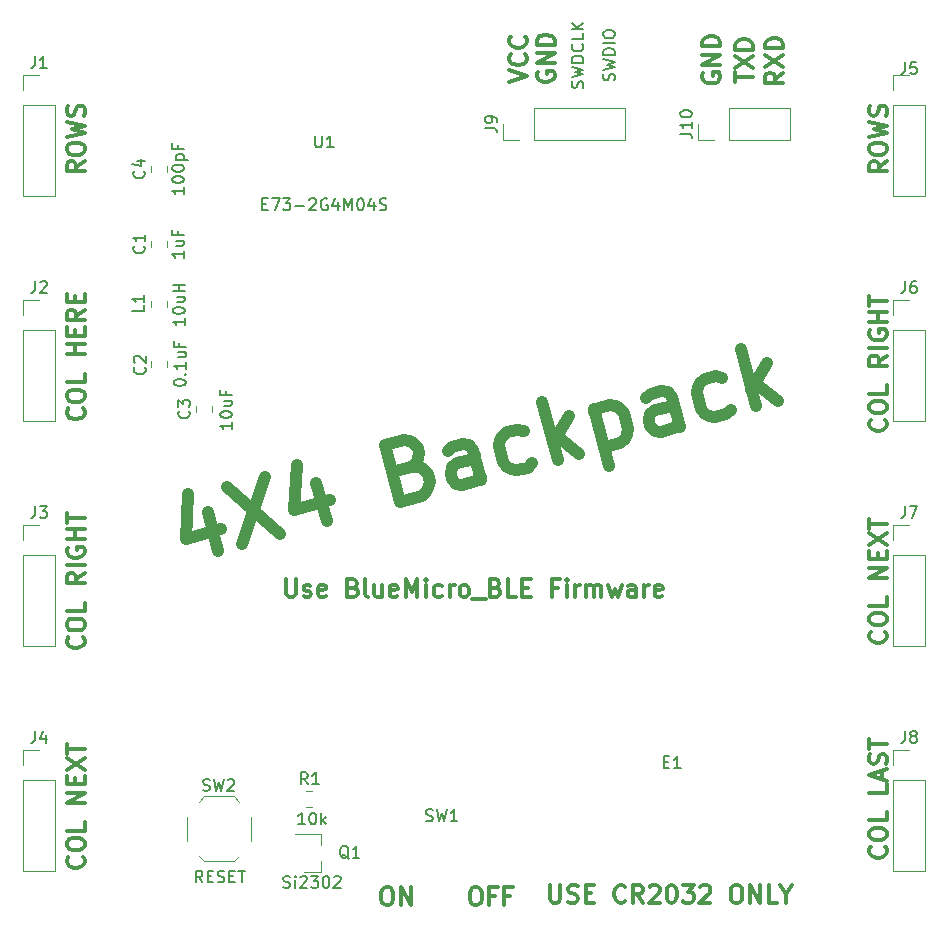
<source format=gbr>
G04 #@! TF.GenerationSoftware,KiCad,Pcbnew,(5.0.0)*
G04 #@! TF.CreationDate,2018-10-27T23:19:20-06:00*
G04 #@! TF.ProjectId,4x4_backpack,3478345F6261636B7061636B2E6B6963,rev?*
G04 #@! TF.SameCoordinates,Original*
G04 #@! TF.FileFunction,Legend,Top*
G04 #@! TF.FilePolarity,Positive*
%FSLAX46Y46*%
G04 Gerber Fmt 4.6, Leading zero omitted, Abs format (unit mm)*
G04 Created by KiCad (PCBNEW (5.0.0)) date 10/27/18 23:19:20*
%MOMM*%
%LPD*%
G01*
G04 APERTURE LIST*
%ADD10C,0.300000*%
%ADD11C,1.000000*%
%ADD12C,0.150000*%
%ADD13C,0.120000*%
G04 APERTURE END LIST*
D10*
X98371428Y-123638571D02*
X98371428Y-124852857D01*
X98442857Y-124995714D01*
X98514285Y-125067142D01*
X98657142Y-125138571D01*
X98942857Y-125138571D01*
X99085714Y-125067142D01*
X99157142Y-124995714D01*
X99228571Y-124852857D01*
X99228571Y-123638571D01*
X99871428Y-125067142D02*
X100014285Y-125138571D01*
X100300000Y-125138571D01*
X100442857Y-125067142D01*
X100514285Y-124924285D01*
X100514285Y-124852857D01*
X100442857Y-124710000D01*
X100300000Y-124638571D01*
X100085714Y-124638571D01*
X99942857Y-124567142D01*
X99871428Y-124424285D01*
X99871428Y-124352857D01*
X99942857Y-124210000D01*
X100085714Y-124138571D01*
X100300000Y-124138571D01*
X100442857Y-124210000D01*
X101728571Y-125067142D02*
X101585714Y-125138571D01*
X101300000Y-125138571D01*
X101157142Y-125067142D01*
X101085714Y-124924285D01*
X101085714Y-124352857D01*
X101157142Y-124210000D01*
X101300000Y-124138571D01*
X101585714Y-124138571D01*
X101728571Y-124210000D01*
X101800000Y-124352857D01*
X101800000Y-124495714D01*
X101085714Y-124638571D01*
X104085714Y-124352857D02*
X104300000Y-124424285D01*
X104371428Y-124495714D01*
X104442857Y-124638571D01*
X104442857Y-124852857D01*
X104371428Y-124995714D01*
X104300000Y-125067142D01*
X104157142Y-125138571D01*
X103585714Y-125138571D01*
X103585714Y-123638571D01*
X104085714Y-123638571D01*
X104228571Y-123710000D01*
X104300000Y-123781428D01*
X104371428Y-123924285D01*
X104371428Y-124067142D01*
X104300000Y-124210000D01*
X104228571Y-124281428D01*
X104085714Y-124352857D01*
X103585714Y-124352857D01*
X105300000Y-125138571D02*
X105157142Y-125067142D01*
X105085714Y-124924285D01*
X105085714Y-123638571D01*
X106514285Y-124138571D02*
X106514285Y-125138571D01*
X105871428Y-124138571D02*
X105871428Y-124924285D01*
X105942857Y-125067142D01*
X106085714Y-125138571D01*
X106300000Y-125138571D01*
X106442857Y-125067142D01*
X106514285Y-124995714D01*
X107800000Y-125067142D02*
X107657142Y-125138571D01*
X107371428Y-125138571D01*
X107228571Y-125067142D01*
X107157142Y-124924285D01*
X107157142Y-124352857D01*
X107228571Y-124210000D01*
X107371428Y-124138571D01*
X107657142Y-124138571D01*
X107800000Y-124210000D01*
X107871428Y-124352857D01*
X107871428Y-124495714D01*
X107157142Y-124638571D01*
X108514285Y-125138571D02*
X108514285Y-123638571D01*
X109014285Y-124710000D01*
X109514285Y-123638571D01*
X109514285Y-125138571D01*
X110228571Y-125138571D02*
X110228571Y-124138571D01*
X110228571Y-123638571D02*
X110157142Y-123710000D01*
X110228571Y-123781428D01*
X110300000Y-123710000D01*
X110228571Y-123638571D01*
X110228571Y-123781428D01*
X111585714Y-125067142D02*
X111442857Y-125138571D01*
X111157142Y-125138571D01*
X111014285Y-125067142D01*
X110942857Y-124995714D01*
X110871428Y-124852857D01*
X110871428Y-124424285D01*
X110942857Y-124281428D01*
X111014285Y-124210000D01*
X111157142Y-124138571D01*
X111442857Y-124138571D01*
X111585714Y-124210000D01*
X112228571Y-125138571D02*
X112228571Y-124138571D01*
X112228571Y-124424285D02*
X112300000Y-124281428D01*
X112371428Y-124210000D01*
X112514285Y-124138571D01*
X112657142Y-124138571D01*
X113371428Y-125138571D02*
X113228571Y-125067142D01*
X113157142Y-124995714D01*
X113085714Y-124852857D01*
X113085714Y-124424285D01*
X113157142Y-124281428D01*
X113228571Y-124210000D01*
X113371428Y-124138571D01*
X113585714Y-124138571D01*
X113728571Y-124210000D01*
X113800000Y-124281428D01*
X113871428Y-124424285D01*
X113871428Y-124852857D01*
X113800000Y-124995714D01*
X113728571Y-125067142D01*
X113585714Y-125138571D01*
X113371428Y-125138571D01*
X114157142Y-125281428D02*
X115300000Y-125281428D01*
X116157142Y-124352857D02*
X116371428Y-124424285D01*
X116442857Y-124495714D01*
X116514285Y-124638571D01*
X116514285Y-124852857D01*
X116442857Y-124995714D01*
X116371428Y-125067142D01*
X116228571Y-125138571D01*
X115657142Y-125138571D01*
X115657142Y-123638571D01*
X116157142Y-123638571D01*
X116300000Y-123710000D01*
X116371428Y-123781428D01*
X116442857Y-123924285D01*
X116442857Y-124067142D01*
X116371428Y-124210000D01*
X116300000Y-124281428D01*
X116157142Y-124352857D01*
X115657142Y-124352857D01*
X117871428Y-125138571D02*
X117157142Y-125138571D01*
X117157142Y-123638571D01*
X118371428Y-124352857D02*
X118871428Y-124352857D01*
X119085714Y-125138571D02*
X118371428Y-125138571D01*
X118371428Y-123638571D01*
X119085714Y-123638571D01*
X121371428Y-124352857D02*
X120871428Y-124352857D01*
X120871428Y-125138571D02*
X120871428Y-123638571D01*
X121585714Y-123638571D01*
X122157142Y-125138571D02*
X122157142Y-124138571D01*
X122157142Y-123638571D02*
X122085714Y-123710000D01*
X122157142Y-123781428D01*
X122228571Y-123710000D01*
X122157142Y-123638571D01*
X122157142Y-123781428D01*
X122871428Y-125138571D02*
X122871428Y-124138571D01*
X122871428Y-124424285D02*
X122942857Y-124281428D01*
X123014285Y-124210000D01*
X123157142Y-124138571D01*
X123300000Y-124138571D01*
X123800000Y-125138571D02*
X123800000Y-124138571D01*
X123800000Y-124281428D02*
X123871428Y-124210000D01*
X124014285Y-124138571D01*
X124228571Y-124138571D01*
X124371428Y-124210000D01*
X124442857Y-124352857D01*
X124442857Y-125138571D01*
X124442857Y-124352857D02*
X124514285Y-124210000D01*
X124657142Y-124138571D01*
X124871428Y-124138571D01*
X125014285Y-124210000D01*
X125085714Y-124352857D01*
X125085714Y-125138571D01*
X125657142Y-124138571D02*
X125942857Y-125138571D01*
X126228571Y-124424285D01*
X126514285Y-125138571D01*
X126800000Y-124138571D01*
X128014285Y-125138571D02*
X128014285Y-124352857D01*
X127942857Y-124210000D01*
X127800000Y-124138571D01*
X127514285Y-124138571D01*
X127371428Y-124210000D01*
X128014285Y-125067142D02*
X127871428Y-125138571D01*
X127514285Y-125138571D01*
X127371428Y-125067142D01*
X127300000Y-124924285D01*
X127300000Y-124781428D01*
X127371428Y-124638571D01*
X127514285Y-124567142D01*
X127871428Y-124567142D01*
X128014285Y-124495714D01*
X128728571Y-125138571D02*
X128728571Y-124138571D01*
X128728571Y-124424285D02*
X128800000Y-124281428D01*
X128871428Y-124210000D01*
X129014285Y-124138571D01*
X129157142Y-124138571D01*
X130228571Y-125067142D02*
X130085714Y-125138571D01*
X129800000Y-125138571D01*
X129657142Y-125067142D01*
X129585714Y-124924285D01*
X129585714Y-124352857D01*
X129657142Y-124210000D01*
X129800000Y-124138571D01*
X130085714Y-124138571D01*
X130228571Y-124210000D01*
X130300000Y-124352857D01*
X130300000Y-124495714D01*
X129585714Y-124638571D01*
X149125714Y-146275714D02*
X149197142Y-146347142D01*
X149268571Y-146561428D01*
X149268571Y-146704285D01*
X149197142Y-146918571D01*
X149054285Y-147061428D01*
X148911428Y-147132857D01*
X148625714Y-147204285D01*
X148411428Y-147204285D01*
X148125714Y-147132857D01*
X147982857Y-147061428D01*
X147840000Y-146918571D01*
X147768571Y-146704285D01*
X147768571Y-146561428D01*
X147840000Y-146347142D01*
X147911428Y-146275714D01*
X147768571Y-145347142D02*
X147768571Y-145061428D01*
X147840000Y-144918571D01*
X147982857Y-144775714D01*
X148268571Y-144704285D01*
X148768571Y-144704285D01*
X149054285Y-144775714D01*
X149197142Y-144918571D01*
X149268571Y-145061428D01*
X149268571Y-145347142D01*
X149197142Y-145490000D01*
X149054285Y-145632857D01*
X148768571Y-145704285D01*
X148268571Y-145704285D01*
X147982857Y-145632857D01*
X147840000Y-145490000D01*
X147768571Y-145347142D01*
X149268571Y-143347142D02*
X149268571Y-144061428D01*
X147768571Y-144061428D01*
X149268571Y-140990000D02*
X149268571Y-141704285D01*
X147768571Y-141704285D01*
X148840000Y-140561428D02*
X148840000Y-139847142D01*
X149268571Y-140704285D02*
X147768571Y-140204285D01*
X149268571Y-139704285D01*
X149197142Y-139275714D02*
X149268571Y-139061428D01*
X149268571Y-138704285D01*
X149197142Y-138561428D01*
X149125714Y-138490000D01*
X148982857Y-138418571D01*
X148840000Y-138418571D01*
X148697142Y-138490000D01*
X148625714Y-138561428D01*
X148554285Y-138704285D01*
X148482857Y-138990000D01*
X148411428Y-139132857D01*
X148340000Y-139204285D01*
X148197142Y-139275714D01*
X148054285Y-139275714D01*
X147911428Y-139204285D01*
X147840000Y-139132857D01*
X147768571Y-138990000D01*
X147768571Y-138632857D01*
X147840000Y-138418571D01*
X147768571Y-137990000D02*
X147768571Y-137132857D01*
X149268571Y-137561428D02*
X147768571Y-137561428D01*
X149125714Y-128075000D02*
X149197142Y-128146428D01*
X149268571Y-128360714D01*
X149268571Y-128503571D01*
X149197142Y-128717857D01*
X149054285Y-128860714D01*
X148911428Y-128932142D01*
X148625714Y-129003571D01*
X148411428Y-129003571D01*
X148125714Y-128932142D01*
X147982857Y-128860714D01*
X147840000Y-128717857D01*
X147768571Y-128503571D01*
X147768571Y-128360714D01*
X147840000Y-128146428D01*
X147911428Y-128075000D01*
X147768571Y-127146428D02*
X147768571Y-126860714D01*
X147840000Y-126717857D01*
X147982857Y-126575000D01*
X148268571Y-126503571D01*
X148768571Y-126503571D01*
X149054285Y-126575000D01*
X149197142Y-126717857D01*
X149268571Y-126860714D01*
X149268571Y-127146428D01*
X149197142Y-127289285D01*
X149054285Y-127432142D01*
X148768571Y-127503571D01*
X148268571Y-127503571D01*
X147982857Y-127432142D01*
X147840000Y-127289285D01*
X147768571Y-127146428D01*
X149268571Y-125146428D02*
X149268571Y-125860714D01*
X147768571Y-125860714D01*
X149268571Y-123503571D02*
X147768571Y-123503571D01*
X149268571Y-122646428D01*
X147768571Y-122646428D01*
X148482857Y-121932142D02*
X148482857Y-121432142D01*
X149268571Y-121217857D02*
X149268571Y-121932142D01*
X147768571Y-121932142D01*
X147768571Y-121217857D01*
X147768571Y-120717857D02*
X149268571Y-119717857D01*
X147768571Y-119717857D02*
X149268571Y-120717857D01*
X147768571Y-119360714D02*
X147768571Y-118503571D01*
X149268571Y-118932142D02*
X147768571Y-118932142D01*
X81180714Y-147125000D02*
X81252142Y-147196428D01*
X81323571Y-147410714D01*
X81323571Y-147553571D01*
X81252142Y-147767857D01*
X81109285Y-147910714D01*
X80966428Y-147982142D01*
X80680714Y-148053571D01*
X80466428Y-148053571D01*
X80180714Y-147982142D01*
X80037857Y-147910714D01*
X79895000Y-147767857D01*
X79823571Y-147553571D01*
X79823571Y-147410714D01*
X79895000Y-147196428D01*
X79966428Y-147125000D01*
X79823571Y-146196428D02*
X79823571Y-145910714D01*
X79895000Y-145767857D01*
X80037857Y-145625000D01*
X80323571Y-145553571D01*
X80823571Y-145553571D01*
X81109285Y-145625000D01*
X81252142Y-145767857D01*
X81323571Y-145910714D01*
X81323571Y-146196428D01*
X81252142Y-146339285D01*
X81109285Y-146482142D01*
X80823571Y-146553571D01*
X80323571Y-146553571D01*
X80037857Y-146482142D01*
X79895000Y-146339285D01*
X79823571Y-146196428D01*
X81323571Y-144196428D02*
X81323571Y-144910714D01*
X79823571Y-144910714D01*
X81323571Y-142553571D02*
X79823571Y-142553571D01*
X81323571Y-141696428D01*
X79823571Y-141696428D01*
X80537857Y-140982142D02*
X80537857Y-140482142D01*
X81323571Y-140267857D02*
X81323571Y-140982142D01*
X79823571Y-140982142D01*
X79823571Y-140267857D01*
X79823571Y-139767857D02*
X81323571Y-138767857D01*
X79823571Y-138767857D02*
X81323571Y-139767857D01*
X79823571Y-138410714D02*
X79823571Y-137553571D01*
X81323571Y-137982142D02*
X79823571Y-137982142D01*
X149125714Y-110124285D02*
X149197142Y-110195714D01*
X149268571Y-110410000D01*
X149268571Y-110552857D01*
X149197142Y-110767142D01*
X149054285Y-110910000D01*
X148911428Y-110981428D01*
X148625714Y-111052857D01*
X148411428Y-111052857D01*
X148125714Y-110981428D01*
X147982857Y-110910000D01*
X147840000Y-110767142D01*
X147768571Y-110552857D01*
X147768571Y-110410000D01*
X147840000Y-110195714D01*
X147911428Y-110124285D01*
X147768571Y-109195714D02*
X147768571Y-108910000D01*
X147840000Y-108767142D01*
X147982857Y-108624285D01*
X148268571Y-108552857D01*
X148768571Y-108552857D01*
X149054285Y-108624285D01*
X149197142Y-108767142D01*
X149268571Y-108910000D01*
X149268571Y-109195714D01*
X149197142Y-109338571D01*
X149054285Y-109481428D01*
X148768571Y-109552857D01*
X148268571Y-109552857D01*
X147982857Y-109481428D01*
X147840000Y-109338571D01*
X147768571Y-109195714D01*
X149268571Y-107195714D02*
X149268571Y-107910000D01*
X147768571Y-107910000D01*
X149268571Y-104695714D02*
X148554285Y-105195714D01*
X149268571Y-105552857D02*
X147768571Y-105552857D01*
X147768571Y-104981428D01*
X147840000Y-104838571D01*
X147911428Y-104767142D01*
X148054285Y-104695714D01*
X148268571Y-104695714D01*
X148411428Y-104767142D01*
X148482857Y-104838571D01*
X148554285Y-104981428D01*
X148554285Y-105552857D01*
X149268571Y-104052857D02*
X147768571Y-104052857D01*
X147840000Y-102552857D02*
X147768571Y-102695714D01*
X147768571Y-102910000D01*
X147840000Y-103124285D01*
X147982857Y-103267142D01*
X148125714Y-103338571D01*
X148411428Y-103410000D01*
X148625714Y-103410000D01*
X148911428Y-103338571D01*
X149054285Y-103267142D01*
X149197142Y-103124285D01*
X149268571Y-102910000D01*
X149268571Y-102767142D01*
X149197142Y-102552857D01*
X149125714Y-102481428D01*
X148625714Y-102481428D01*
X148625714Y-102767142D01*
X149268571Y-101838571D02*
X147768571Y-101838571D01*
X148482857Y-101838571D02*
X148482857Y-100981428D01*
X149268571Y-100981428D02*
X147768571Y-100981428D01*
X147768571Y-100481428D02*
X147768571Y-99624285D01*
X149268571Y-100052857D02*
X147768571Y-100052857D01*
X81180714Y-128539285D02*
X81252142Y-128610714D01*
X81323571Y-128825000D01*
X81323571Y-128967857D01*
X81252142Y-129182142D01*
X81109285Y-129325000D01*
X80966428Y-129396428D01*
X80680714Y-129467857D01*
X80466428Y-129467857D01*
X80180714Y-129396428D01*
X80037857Y-129325000D01*
X79895000Y-129182142D01*
X79823571Y-128967857D01*
X79823571Y-128825000D01*
X79895000Y-128610714D01*
X79966428Y-128539285D01*
X79823571Y-127610714D02*
X79823571Y-127325000D01*
X79895000Y-127182142D01*
X80037857Y-127039285D01*
X80323571Y-126967857D01*
X80823571Y-126967857D01*
X81109285Y-127039285D01*
X81252142Y-127182142D01*
X81323571Y-127325000D01*
X81323571Y-127610714D01*
X81252142Y-127753571D01*
X81109285Y-127896428D01*
X80823571Y-127967857D01*
X80323571Y-127967857D01*
X80037857Y-127896428D01*
X79895000Y-127753571D01*
X79823571Y-127610714D01*
X81323571Y-125610714D02*
X81323571Y-126325000D01*
X79823571Y-126325000D01*
X81323571Y-123110714D02*
X80609285Y-123610714D01*
X81323571Y-123967857D02*
X79823571Y-123967857D01*
X79823571Y-123396428D01*
X79895000Y-123253571D01*
X79966428Y-123182142D01*
X80109285Y-123110714D01*
X80323571Y-123110714D01*
X80466428Y-123182142D01*
X80537857Y-123253571D01*
X80609285Y-123396428D01*
X80609285Y-123967857D01*
X81323571Y-122467857D02*
X79823571Y-122467857D01*
X79895000Y-120967857D02*
X79823571Y-121110714D01*
X79823571Y-121325000D01*
X79895000Y-121539285D01*
X80037857Y-121682142D01*
X80180714Y-121753571D01*
X80466428Y-121825000D01*
X80680714Y-121825000D01*
X80966428Y-121753571D01*
X81109285Y-121682142D01*
X81252142Y-121539285D01*
X81323571Y-121325000D01*
X81323571Y-121182142D01*
X81252142Y-120967857D01*
X81180714Y-120896428D01*
X80680714Y-120896428D01*
X80680714Y-121182142D01*
X81323571Y-120253571D02*
X79823571Y-120253571D01*
X80537857Y-120253571D02*
X80537857Y-119396428D01*
X81323571Y-119396428D02*
X79823571Y-119396428D01*
X79823571Y-118896428D02*
X79823571Y-118039285D01*
X81323571Y-118467857D02*
X79823571Y-118467857D01*
X81180714Y-109167857D02*
X81252142Y-109239285D01*
X81323571Y-109453571D01*
X81323571Y-109596428D01*
X81252142Y-109810714D01*
X81109285Y-109953571D01*
X80966428Y-110025000D01*
X80680714Y-110096428D01*
X80466428Y-110096428D01*
X80180714Y-110025000D01*
X80037857Y-109953571D01*
X79895000Y-109810714D01*
X79823571Y-109596428D01*
X79823571Y-109453571D01*
X79895000Y-109239285D01*
X79966428Y-109167857D01*
X79823571Y-108239285D02*
X79823571Y-107953571D01*
X79895000Y-107810714D01*
X80037857Y-107667857D01*
X80323571Y-107596428D01*
X80823571Y-107596428D01*
X81109285Y-107667857D01*
X81252142Y-107810714D01*
X81323571Y-107953571D01*
X81323571Y-108239285D01*
X81252142Y-108382142D01*
X81109285Y-108525000D01*
X80823571Y-108596428D01*
X80323571Y-108596428D01*
X80037857Y-108525000D01*
X79895000Y-108382142D01*
X79823571Y-108239285D01*
X81323571Y-106239285D02*
X81323571Y-106953571D01*
X79823571Y-106953571D01*
X81323571Y-104596428D02*
X79823571Y-104596428D01*
X80537857Y-104596428D02*
X80537857Y-103739285D01*
X81323571Y-103739285D02*
X79823571Y-103739285D01*
X80537857Y-103025000D02*
X80537857Y-102525000D01*
X81323571Y-102310714D02*
X81323571Y-103025000D01*
X79823571Y-103025000D01*
X79823571Y-102310714D01*
X81323571Y-100810714D02*
X80609285Y-101310714D01*
X81323571Y-101667857D02*
X79823571Y-101667857D01*
X79823571Y-101096428D01*
X79895000Y-100953571D01*
X79966428Y-100882142D01*
X80109285Y-100810714D01*
X80323571Y-100810714D01*
X80466428Y-100882142D01*
X80537857Y-100953571D01*
X80609285Y-101096428D01*
X80609285Y-101667857D01*
X80537857Y-100167857D02*
X80537857Y-99667857D01*
X81323571Y-99453571D02*
X81323571Y-100167857D01*
X79823571Y-100167857D01*
X79823571Y-99453571D01*
X149268571Y-88252857D02*
X148554285Y-88752857D01*
X149268571Y-89110000D02*
X147768571Y-89110000D01*
X147768571Y-88538571D01*
X147840000Y-88395714D01*
X147911428Y-88324285D01*
X148054285Y-88252857D01*
X148268571Y-88252857D01*
X148411428Y-88324285D01*
X148482857Y-88395714D01*
X148554285Y-88538571D01*
X148554285Y-89110000D01*
X147768571Y-87324285D02*
X147768571Y-87038571D01*
X147840000Y-86895714D01*
X147982857Y-86752857D01*
X148268571Y-86681428D01*
X148768571Y-86681428D01*
X149054285Y-86752857D01*
X149197142Y-86895714D01*
X149268571Y-87038571D01*
X149268571Y-87324285D01*
X149197142Y-87467142D01*
X149054285Y-87610000D01*
X148768571Y-87681428D01*
X148268571Y-87681428D01*
X147982857Y-87610000D01*
X147840000Y-87467142D01*
X147768571Y-87324285D01*
X147768571Y-86181428D02*
X149268571Y-85824285D01*
X148197142Y-85538571D01*
X149268571Y-85252857D01*
X147768571Y-84895714D01*
X149197142Y-84395714D02*
X149268571Y-84181428D01*
X149268571Y-83824285D01*
X149197142Y-83681428D01*
X149125714Y-83610000D01*
X148982857Y-83538571D01*
X148840000Y-83538571D01*
X148697142Y-83610000D01*
X148625714Y-83681428D01*
X148554285Y-83824285D01*
X148482857Y-84110000D01*
X148411428Y-84252857D01*
X148340000Y-84324285D01*
X148197142Y-84395714D01*
X148054285Y-84395714D01*
X147911428Y-84324285D01*
X147840000Y-84252857D01*
X147768571Y-84110000D01*
X147768571Y-83752857D01*
X147840000Y-83538571D01*
X81323571Y-88252857D02*
X80609285Y-88752857D01*
X81323571Y-89110000D02*
X79823571Y-89110000D01*
X79823571Y-88538571D01*
X79895000Y-88395714D01*
X79966428Y-88324285D01*
X80109285Y-88252857D01*
X80323571Y-88252857D01*
X80466428Y-88324285D01*
X80537857Y-88395714D01*
X80609285Y-88538571D01*
X80609285Y-89110000D01*
X79823571Y-87324285D02*
X79823571Y-87038571D01*
X79895000Y-86895714D01*
X80037857Y-86752857D01*
X80323571Y-86681428D01*
X80823571Y-86681428D01*
X81109285Y-86752857D01*
X81252142Y-86895714D01*
X81323571Y-87038571D01*
X81323571Y-87324285D01*
X81252142Y-87467142D01*
X81109285Y-87610000D01*
X80823571Y-87681428D01*
X80323571Y-87681428D01*
X80037857Y-87610000D01*
X79895000Y-87467142D01*
X79823571Y-87324285D01*
X79823571Y-86181428D02*
X81323571Y-85824285D01*
X80252142Y-85538571D01*
X81323571Y-85252857D01*
X79823571Y-84895714D01*
X81252142Y-84395714D02*
X81323571Y-84181428D01*
X81323571Y-83824285D01*
X81252142Y-83681428D01*
X81180714Y-83610000D01*
X81037857Y-83538571D01*
X80895000Y-83538571D01*
X80752142Y-83610000D01*
X80680714Y-83681428D01*
X80609285Y-83824285D01*
X80537857Y-84110000D01*
X80466428Y-84252857D01*
X80395000Y-84324285D01*
X80252142Y-84395714D01*
X80109285Y-84395714D01*
X79966428Y-84324285D01*
X79895000Y-84252857D01*
X79823571Y-84110000D01*
X79823571Y-83752857D01*
X79895000Y-83538571D01*
X120743342Y-149521171D02*
X120743342Y-150735457D01*
X120814771Y-150878314D01*
X120886200Y-150949742D01*
X121029057Y-151021171D01*
X121314771Y-151021171D01*
X121457628Y-150949742D01*
X121529057Y-150878314D01*
X121600485Y-150735457D01*
X121600485Y-149521171D01*
X122243342Y-150949742D02*
X122457628Y-151021171D01*
X122814771Y-151021171D01*
X122957628Y-150949742D01*
X123029057Y-150878314D01*
X123100485Y-150735457D01*
X123100485Y-150592600D01*
X123029057Y-150449742D01*
X122957628Y-150378314D01*
X122814771Y-150306885D01*
X122529057Y-150235457D01*
X122386200Y-150164028D01*
X122314771Y-150092600D01*
X122243342Y-149949742D01*
X122243342Y-149806885D01*
X122314771Y-149664028D01*
X122386200Y-149592600D01*
X122529057Y-149521171D01*
X122886200Y-149521171D01*
X123100485Y-149592600D01*
X123743342Y-150235457D02*
X124243342Y-150235457D01*
X124457628Y-151021171D02*
X123743342Y-151021171D01*
X123743342Y-149521171D01*
X124457628Y-149521171D01*
X127100485Y-150878314D02*
X127029057Y-150949742D01*
X126814771Y-151021171D01*
X126671914Y-151021171D01*
X126457628Y-150949742D01*
X126314771Y-150806885D01*
X126243342Y-150664028D01*
X126171914Y-150378314D01*
X126171914Y-150164028D01*
X126243342Y-149878314D01*
X126314771Y-149735457D01*
X126457628Y-149592600D01*
X126671914Y-149521171D01*
X126814771Y-149521171D01*
X127029057Y-149592600D01*
X127100485Y-149664028D01*
X128600485Y-151021171D02*
X128100485Y-150306885D01*
X127743342Y-151021171D02*
X127743342Y-149521171D01*
X128314771Y-149521171D01*
X128457628Y-149592600D01*
X128529057Y-149664028D01*
X128600485Y-149806885D01*
X128600485Y-150021171D01*
X128529057Y-150164028D01*
X128457628Y-150235457D01*
X128314771Y-150306885D01*
X127743342Y-150306885D01*
X129171914Y-149664028D02*
X129243342Y-149592600D01*
X129386200Y-149521171D01*
X129743342Y-149521171D01*
X129886200Y-149592600D01*
X129957628Y-149664028D01*
X130029057Y-149806885D01*
X130029057Y-149949742D01*
X129957628Y-150164028D01*
X129100485Y-151021171D01*
X130029057Y-151021171D01*
X130957628Y-149521171D02*
X131100485Y-149521171D01*
X131243342Y-149592600D01*
X131314771Y-149664028D01*
X131386200Y-149806885D01*
X131457628Y-150092600D01*
X131457628Y-150449742D01*
X131386200Y-150735457D01*
X131314771Y-150878314D01*
X131243342Y-150949742D01*
X131100485Y-151021171D01*
X130957628Y-151021171D01*
X130814771Y-150949742D01*
X130743342Y-150878314D01*
X130671914Y-150735457D01*
X130600485Y-150449742D01*
X130600485Y-150092600D01*
X130671914Y-149806885D01*
X130743342Y-149664028D01*
X130814771Y-149592600D01*
X130957628Y-149521171D01*
X131957628Y-149521171D02*
X132886200Y-149521171D01*
X132386200Y-150092600D01*
X132600485Y-150092600D01*
X132743342Y-150164028D01*
X132814771Y-150235457D01*
X132886200Y-150378314D01*
X132886200Y-150735457D01*
X132814771Y-150878314D01*
X132743342Y-150949742D01*
X132600485Y-151021171D01*
X132171914Y-151021171D01*
X132029057Y-150949742D01*
X131957628Y-150878314D01*
X133457628Y-149664028D02*
X133529057Y-149592600D01*
X133671914Y-149521171D01*
X134029057Y-149521171D01*
X134171914Y-149592600D01*
X134243342Y-149664028D01*
X134314771Y-149806885D01*
X134314771Y-149949742D01*
X134243342Y-150164028D01*
X133386200Y-151021171D01*
X134314771Y-151021171D01*
X136386200Y-149521171D02*
X136671914Y-149521171D01*
X136814771Y-149592600D01*
X136957628Y-149735457D01*
X137029057Y-150021171D01*
X137029057Y-150521171D01*
X136957628Y-150806885D01*
X136814771Y-150949742D01*
X136671914Y-151021171D01*
X136386200Y-151021171D01*
X136243342Y-150949742D01*
X136100485Y-150806885D01*
X136029057Y-150521171D01*
X136029057Y-150021171D01*
X136100485Y-149735457D01*
X136243342Y-149592600D01*
X136386200Y-149521171D01*
X137671914Y-151021171D02*
X137671914Y-149521171D01*
X138529057Y-151021171D01*
X138529057Y-149521171D01*
X139957628Y-151021171D02*
X139243342Y-151021171D01*
X139243342Y-149521171D01*
X140743342Y-150306885D02*
X140743342Y-151021171D01*
X140243342Y-149521171D02*
X140743342Y-150306885D01*
X141243342Y-149521171D01*
X114293828Y-149724371D02*
X114579542Y-149724371D01*
X114722400Y-149795800D01*
X114865257Y-149938657D01*
X114936685Y-150224371D01*
X114936685Y-150724371D01*
X114865257Y-151010085D01*
X114722400Y-151152942D01*
X114579542Y-151224371D01*
X114293828Y-151224371D01*
X114150971Y-151152942D01*
X114008114Y-151010085D01*
X113936685Y-150724371D01*
X113936685Y-150224371D01*
X114008114Y-149938657D01*
X114150971Y-149795800D01*
X114293828Y-149724371D01*
X116079542Y-150438657D02*
X115579542Y-150438657D01*
X115579542Y-151224371D02*
X115579542Y-149724371D01*
X116293828Y-149724371D01*
X117365257Y-150438657D02*
X116865257Y-150438657D01*
X116865257Y-151224371D02*
X116865257Y-149724371D01*
X117579542Y-149724371D01*
X106818228Y-149724371D02*
X107103942Y-149724371D01*
X107246800Y-149795800D01*
X107389657Y-149938657D01*
X107461085Y-150224371D01*
X107461085Y-150724371D01*
X107389657Y-151010085D01*
X107246800Y-151152942D01*
X107103942Y-151224371D01*
X106818228Y-151224371D01*
X106675371Y-151152942D01*
X106532514Y-151010085D01*
X106461085Y-150724371D01*
X106461085Y-150224371D01*
X106532514Y-149938657D01*
X106675371Y-149795800D01*
X106818228Y-149724371D01*
X108103942Y-151224371D02*
X108103942Y-149724371D01*
X108961085Y-151224371D01*
X108961085Y-149724371D01*
D11*
X91763824Y-117983390D02*
X92626554Y-121203143D01*
X90120924Y-116451649D02*
X89895366Y-120209502D01*
X92885136Y-119408396D01*
X93402300Y-115818901D02*
X97916148Y-119785800D01*
X96622053Y-114956171D02*
X94696395Y-120648531D01*
X100963118Y-115518447D02*
X101825848Y-118738199D01*
X99320217Y-113986706D02*
X99094659Y-117744559D01*
X102084430Y-116943452D01*
X108967388Y-114113192D02*
X109718959Y-114158304D01*
X110010564Y-114326662D01*
X110363794Y-114725003D01*
X110548665Y-115414950D01*
X110441930Y-115936539D01*
X110273571Y-116228145D01*
X109875230Y-116581374D01*
X108035371Y-117074363D01*
X106741276Y-112244734D01*
X108351152Y-111813369D01*
X108872740Y-111920104D01*
X109164346Y-112088462D01*
X109517576Y-112486804D01*
X109640823Y-112946768D01*
X109534088Y-113468357D01*
X109365729Y-113759962D01*
X108967388Y-114113192D01*
X107357512Y-114544557D01*
X114934841Y-115225655D02*
X114256982Y-112695850D01*
X113903752Y-112297508D01*
X113382164Y-112190773D01*
X112462235Y-112437268D01*
X112063894Y-112790497D01*
X114873218Y-114995673D02*
X114474877Y-115348902D01*
X113324965Y-115657020D01*
X112803377Y-115550285D01*
X112450147Y-115151944D01*
X112326900Y-114691979D01*
X112433635Y-114170391D01*
X112831976Y-113817162D01*
X113981888Y-113509044D01*
X114380229Y-113155814D01*
X119242882Y-113824825D02*
X118844541Y-114178054D01*
X117924612Y-114424549D01*
X117403023Y-114317814D01*
X117111417Y-114149455D01*
X116758188Y-113751114D01*
X116388446Y-112371220D01*
X116495182Y-111849631D01*
X116663540Y-111558025D01*
X117061881Y-111204796D01*
X117981811Y-110958302D01*
X118503399Y-111065037D01*
X121374347Y-113500195D02*
X120080251Y-108670566D01*
X121341323Y-111537089D02*
X123214205Y-113007206D01*
X122351475Y-109787454D02*
X121004605Y-112120301D01*
X124421316Y-109232841D02*
X125715412Y-114062470D01*
X124482940Y-109462824D02*
X124881281Y-109109594D01*
X125801210Y-108863100D01*
X126322799Y-108969835D01*
X126614405Y-109138194D01*
X126967634Y-109536535D01*
X127337376Y-110916429D01*
X127230640Y-111438017D01*
X127062282Y-111729623D01*
X126663941Y-112082853D01*
X125744011Y-112329347D01*
X125222423Y-112222612D01*
X131723552Y-110727134D02*
X131045693Y-108197328D01*
X130692463Y-107798987D01*
X130170875Y-107692252D01*
X129250945Y-107938746D01*
X128852604Y-108291976D01*
X131661928Y-110497151D02*
X131263587Y-110850381D01*
X130113676Y-111158499D01*
X129592087Y-111051764D01*
X129238858Y-110653423D01*
X129115611Y-110193458D01*
X129222346Y-109671870D01*
X129620687Y-109318640D01*
X130770599Y-109010522D01*
X131168940Y-108657293D01*
X136031593Y-109326303D02*
X135633252Y-109679533D01*
X134713322Y-109926027D01*
X134191734Y-109819292D01*
X133900128Y-109650933D01*
X133546899Y-109252592D01*
X133177157Y-107872698D01*
X133283892Y-107351110D01*
X133452251Y-107059504D01*
X133850592Y-106706274D01*
X134770522Y-106459780D01*
X135292110Y-106566515D01*
X138163057Y-109001674D02*
X136868962Y-104172044D01*
X138130034Y-107038568D02*
X140002916Y-108508685D01*
X139140186Y-105288932D02*
X137793316Y-107621779D01*
D10*
X140480171Y-80756000D02*
X139765885Y-81256000D01*
X140480171Y-81613142D02*
X138980171Y-81613142D01*
X138980171Y-81041714D01*
X139051600Y-80898857D01*
X139123028Y-80827428D01*
X139265885Y-80756000D01*
X139480171Y-80756000D01*
X139623028Y-80827428D01*
X139694457Y-80898857D01*
X139765885Y-81041714D01*
X139765885Y-81613142D01*
X138980171Y-80256000D02*
X140480171Y-79256000D01*
X138980171Y-79256000D02*
X140480171Y-80256000D01*
X140480171Y-78684571D02*
X138980171Y-78684571D01*
X138980171Y-78327428D01*
X139051600Y-78113142D01*
X139194457Y-77970285D01*
X139337314Y-77898857D01*
X139623028Y-77827428D01*
X139837314Y-77827428D01*
X140123028Y-77898857D01*
X140265885Y-77970285D01*
X140408742Y-78113142D01*
X140480171Y-78327428D01*
X140480171Y-78684571D01*
X136414771Y-81572657D02*
X136414771Y-80715514D01*
X137914771Y-81144085D02*
X136414771Y-81144085D01*
X136414771Y-80358371D02*
X137914771Y-79358371D01*
X136414771Y-79358371D02*
X137914771Y-80358371D01*
X137914771Y-78786942D02*
X136414771Y-78786942D01*
X136414771Y-78429800D01*
X136486200Y-78215514D01*
X136629057Y-78072657D01*
X136771914Y-78001228D01*
X137057628Y-77929800D01*
X137271914Y-77929800D01*
X137557628Y-78001228D01*
X137700485Y-78072657D01*
X137843342Y-78215514D01*
X137914771Y-78429800D01*
X137914771Y-78786942D01*
X133717600Y-80797257D02*
X133646171Y-80940114D01*
X133646171Y-81154400D01*
X133717600Y-81368685D01*
X133860457Y-81511542D01*
X134003314Y-81582971D01*
X134289028Y-81654400D01*
X134503314Y-81654400D01*
X134789028Y-81582971D01*
X134931885Y-81511542D01*
X135074742Y-81368685D01*
X135146171Y-81154400D01*
X135146171Y-81011542D01*
X135074742Y-80797257D01*
X135003314Y-80725828D01*
X134503314Y-80725828D01*
X134503314Y-81011542D01*
X135146171Y-80082971D02*
X133646171Y-80082971D01*
X135146171Y-79225828D01*
X133646171Y-79225828D01*
X135146171Y-78511542D02*
X133646171Y-78511542D01*
X133646171Y-78154400D01*
X133717600Y-77940114D01*
X133860457Y-77797257D01*
X134003314Y-77725828D01*
X134289028Y-77654400D01*
X134503314Y-77654400D01*
X134789028Y-77725828D01*
X134931885Y-77797257D01*
X135074742Y-77940114D01*
X135146171Y-78154400D01*
X135146171Y-78511542D01*
D12*
X126185561Y-81392447D02*
X126233180Y-81249590D01*
X126233180Y-81011495D01*
X126185561Y-80916257D01*
X126137942Y-80868638D01*
X126042704Y-80821019D01*
X125947466Y-80821019D01*
X125852228Y-80868638D01*
X125804609Y-80916257D01*
X125756990Y-81011495D01*
X125709371Y-81201971D01*
X125661752Y-81297209D01*
X125614133Y-81344828D01*
X125518895Y-81392447D01*
X125423657Y-81392447D01*
X125328419Y-81344828D01*
X125280800Y-81297209D01*
X125233180Y-81201971D01*
X125233180Y-80963876D01*
X125280800Y-80821019D01*
X125233180Y-80487685D02*
X126233180Y-80249590D01*
X125518895Y-80059114D01*
X126233180Y-79868638D01*
X125233180Y-79630542D01*
X126233180Y-79249590D02*
X125233180Y-79249590D01*
X125233180Y-79011495D01*
X125280800Y-78868638D01*
X125376038Y-78773400D01*
X125471276Y-78725780D01*
X125661752Y-78678161D01*
X125804609Y-78678161D01*
X125995085Y-78725780D01*
X126090323Y-78773400D01*
X126185561Y-78868638D01*
X126233180Y-79011495D01*
X126233180Y-79249590D01*
X126233180Y-78249590D02*
X125233180Y-78249590D01*
X125233180Y-77582923D02*
X125233180Y-77392447D01*
X125280800Y-77297209D01*
X125376038Y-77201971D01*
X125566514Y-77154352D01*
X125899847Y-77154352D01*
X126090323Y-77201971D01*
X126185561Y-77297209D01*
X126233180Y-77392447D01*
X126233180Y-77582923D01*
X126185561Y-77678161D01*
X126090323Y-77773400D01*
X125899847Y-77821019D01*
X125566514Y-77821019D01*
X125376038Y-77773400D01*
X125280800Y-77678161D01*
X125233180Y-77582923D01*
X123518561Y-82035304D02*
X123566180Y-81892447D01*
X123566180Y-81654352D01*
X123518561Y-81559114D01*
X123470942Y-81511495D01*
X123375704Y-81463876D01*
X123280466Y-81463876D01*
X123185228Y-81511495D01*
X123137609Y-81559114D01*
X123089990Y-81654352D01*
X123042371Y-81844828D01*
X122994752Y-81940066D01*
X122947133Y-81987685D01*
X122851895Y-82035304D01*
X122756657Y-82035304D01*
X122661419Y-81987685D01*
X122613800Y-81940066D01*
X122566180Y-81844828D01*
X122566180Y-81606733D01*
X122613800Y-81463876D01*
X122566180Y-81130542D02*
X123566180Y-80892447D01*
X122851895Y-80701971D01*
X123566180Y-80511495D01*
X122566180Y-80273400D01*
X123566180Y-79892447D02*
X122566180Y-79892447D01*
X122566180Y-79654352D01*
X122613800Y-79511495D01*
X122709038Y-79416257D01*
X122804276Y-79368638D01*
X122994752Y-79321019D01*
X123137609Y-79321019D01*
X123328085Y-79368638D01*
X123423323Y-79416257D01*
X123518561Y-79511495D01*
X123566180Y-79654352D01*
X123566180Y-79892447D01*
X123470942Y-78321019D02*
X123518561Y-78368638D01*
X123566180Y-78511495D01*
X123566180Y-78606733D01*
X123518561Y-78749590D01*
X123423323Y-78844828D01*
X123328085Y-78892447D01*
X123137609Y-78940066D01*
X122994752Y-78940066D01*
X122804276Y-78892447D01*
X122709038Y-78844828D01*
X122613800Y-78749590D01*
X122566180Y-78606733D01*
X122566180Y-78511495D01*
X122613800Y-78368638D01*
X122661419Y-78321019D01*
X123566180Y-77416257D02*
X123566180Y-77892447D01*
X122566180Y-77892447D01*
X123566180Y-77082923D02*
X122566180Y-77082923D01*
X123566180Y-76511495D02*
X122994752Y-76940066D01*
X122566180Y-76511495D02*
X123137609Y-77082923D01*
D10*
X119696800Y-80670257D02*
X119625371Y-80813114D01*
X119625371Y-81027400D01*
X119696800Y-81241685D01*
X119839657Y-81384542D01*
X119982514Y-81455971D01*
X120268228Y-81527400D01*
X120482514Y-81527400D01*
X120768228Y-81455971D01*
X120911085Y-81384542D01*
X121053942Y-81241685D01*
X121125371Y-81027400D01*
X121125371Y-80884542D01*
X121053942Y-80670257D01*
X120982514Y-80598828D01*
X120482514Y-80598828D01*
X120482514Y-80884542D01*
X121125371Y-79955971D02*
X119625371Y-79955971D01*
X121125371Y-79098828D01*
X119625371Y-79098828D01*
X121125371Y-78384542D02*
X119625371Y-78384542D01*
X119625371Y-78027400D01*
X119696800Y-77813114D01*
X119839657Y-77670257D01*
X119982514Y-77598828D01*
X120268228Y-77527400D01*
X120482514Y-77527400D01*
X120768228Y-77598828D01*
X120911085Y-77670257D01*
X121053942Y-77813114D01*
X121125371Y-78027400D01*
X121125371Y-78384542D01*
X117288571Y-81552800D02*
X118788571Y-81052800D01*
X117288571Y-80552800D01*
X118645714Y-79195657D02*
X118717142Y-79267085D01*
X118788571Y-79481371D01*
X118788571Y-79624228D01*
X118717142Y-79838514D01*
X118574285Y-79981371D01*
X118431428Y-80052800D01*
X118145714Y-80124228D01*
X117931428Y-80124228D01*
X117645714Y-80052800D01*
X117502857Y-79981371D01*
X117360000Y-79838514D01*
X117288571Y-79624228D01*
X117288571Y-79481371D01*
X117360000Y-79267085D01*
X117431428Y-79195657D01*
X118645714Y-77695657D02*
X118717142Y-77767085D01*
X118788571Y-77981371D01*
X118788571Y-78124228D01*
X118717142Y-78338514D01*
X118574285Y-78481371D01*
X118431428Y-78552800D01*
X118145714Y-78624228D01*
X117931428Y-78624228D01*
X117645714Y-78552800D01*
X117502857Y-78481371D01*
X117360000Y-78338514D01*
X117288571Y-78124228D01*
X117288571Y-77981371D01*
X117360000Y-77767085D01*
X117431428Y-77695657D01*
D13*
G04 #@! TO.C,J1*
X76140000Y-91182500D02*
X78800000Y-91182500D01*
X76140000Y-83502500D02*
X76140000Y-91182500D01*
X78800000Y-83502500D02*
X78800000Y-91182500D01*
X76140000Y-83502500D02*
X78800000Y-83502500D01*
X76140000Y-82232500D02*
X76140000Y-80902500D01*
X76140000Y-80902500D02*
X77470000Y-80902500D01*
G04 #@! TO.C,J2*
X76140000Y-99952500D02*
X77470000Y-99952500D01*
X76140000Y-101282500D02*
X76140000Y-99952500D01*
X76140000Y-102552500D02*
X78800000Y-102552500D01*
X78800000Y-102552500D02*
X78800000Y-110232500D01*
X76140000Y-102552500D02*
X76140000Y-110232500D01*
X76140000Y-110232500D02*
X78800000Y-110232500D01*
G04 #@! TO.C,J3*
X76140000Y-129282500D02*
X78800000Y-129282500D01*
X76140000Y-121602500D02*
X76140000Y-129282500D01*
X78800000Y-121602500D02*
X78800000Y-129282500D01*
X76140000Y-121602500D02*
X78800000Y-121602500D01*
X76140000Y-120332500D02*
X76140000Y-119002500D01*
X76140000Y-119002500D02*
X77470000Y-119002500D01*
G04 #@! TO.C,J4*
X76140000Y-138052500D02*
X77470000Y-138052500D01*
X76140000Y-139382500D02*
X76140000Y-138052500D01*
X76140000Y-140652500D02*
X78800000Y-140652500D01*
X78800000Y-140652500D02*
X78800000Y-148332500D01*
X76140000Y-140652500D02*
X76140000Y-148332500D01*
X76140000Y-148332500D02*
X78800000Y-148332500D01*
G04 #@! TO.C,J5*
X149800000Y-91182500D02*
X152460000Y-91182500D01*
X149800000Y-83502500D02*
X149800000Y-91182500D01*
X152460000Y-83502500D02*
X152460000Y-91182500D01*
X149800000Y-83502500D02*
X152460000Y-83502500D01*
X149800000Y-82232500D02*
X149800000Y-80902500D01*
X149800000Y-80902500D02*
X151130000Y-80902500D01*
G04 #@! TO.C,J6*
X149800000Y-99952500D02*
X151130000Y-99952500D01*
X149800000Y-101282500D02*
X149800000Y-99952500D01*
X149800000Y-102552500D02*
X152460000Y-102552500D01*
X152460000Y-102552500D02*
X152460000Y-110232500D01*
X149800000Y-102552500D02*
X149800000Y-110232500D01*
X149800000Y-110232500D02*
X152460000Y-110232500D01*
G04 #@! TO.C,J7*
X149800000Y-129282500D02*
X152460000Y-129282500D01*
X149800000Y-121602500D02*
X149800000Y-129282500D01*
X152460000Y-121602500D02*
X152460000Y-129282500D01*
X149800000Y-121602500D02*
X152460000Y-121602500D01*
X149800000Y-120332500D02*
X149800000Y-119002500D01*
X149800000Y-119002500D02*
X151130000Y-119002500D01*
G04 #@! TO.C,J8*
X149800000Y-138052500D02*
X151130000Y-138052500D01*
X149800000Y-139382500D02*
X149800000Y-138052500D01*
X149800000Y-140652500D02*
X152460000Y-140652500D01*
X152460000Y-140652500D02*
X152460000Y-148332500D01*
X149800000Y-140652500D02*
X149800000Y-148332500D01*
X149800000Y-148332500D02*
X152460000Y-148332500D01*
G04 #@! TO.C,C1*
X88340000Y-95511252D02*
X88340000Y-94988748D01*
X86920000Y-95511252D02*
X86920000Y-94988748D01*
G04 #@! TO.C,C2*
X88340000Y-105148748D02*
X88340000Y-105671252D01*
X86920000Y-105148748D02*
X86920000Y-105671252D01*
G04 #@! TO.C,C3*
X90730000Y-109481252D02*
X90730000Y-108958748D01*
X92150000Y-109481252D02*
X92150000Y-108958748D01*
G04 #@! TO.C,C4*
X88340000Y-89161252D02*
X88340000Y-88638748D01*
X86920000Y-89161252D02*
X86920000Y-88638748D01*
G04 #@! TO.C,L1*
X88340000Y-100068748D02*
X88340000Y-100591252D01*
X86920000Y-100068748D02*
X86920000Y-100591252D01*
G04 #@! TO.C,Q1*
X101344000Y-148392000D02*
X101344000Y-147462000D01*
X101344000Y-145232000D02*
X101344000Y-146162000D01*
X101344000Y-145232000D02*
X99184000Y-145232000D01*
X101344000Y-148392000D02*
X99884000Y-148392000D01*
G04 #@! TO.C,R1*
X100591252Y-141530000D02*
X100068748Y-141530000D01*
X100591252Y-142950000D02*
X100068748Y-142950000D01*
G04 #@! TO.C,J9*
X127060000Y-86420000D02*
X127060000Y-83760000D01*
X119380000Y-86420000D02*
X127060000Y-86420000D01*
X119380000Y-83760000D02*
X127060000Y-83760000D01*
X119380000Y-86420000D02*
X119380000Y-83760000D01*
X118110000Y-86420000D02*
X116780000Y-86420000D01*
X116780000Y-86420000D02*
X116780000Y-85090000D01*
G04 #@! TO.C,J10*
X141030000Y-86420000D02*
X141030000Y-83760000D01*
X135890000Y-86420000D02*
X141030000Y-86420000D01*
X135890000Y-83760000D02*
X141030000Y-83760000D01*
X135890000Y-86420000D02*
X135890000Y-83760000D01*
X134620000Y-86420000D02*
X133290000Y-86420000D01*
X133290000Y-86420000D02*
X133290000Y-85090000D01*
G04 #@! TO.C,SW2*
X94410000Y-142480000D02*
X93960000Y-142030000D01*
X91010000Y-142480000D02*
X91460000Y-142030000D01*
X91010000Y-147080000D02*
X91460000Y-147530000D01*
X94410000Y-147080000D02*
X93960000Y-147530000D01*
X89960000Y-145780000D02*
X89960000Y-143780000D01*
X93960000Y-142030000D02*
X91460000Y-142030000D01*
X95460000Y-145780000D02*
X95460000Y-143780000D01*
X93960000Y-147530000D02*
X91460000Y-147530000D01*
G04 #@! TO.C,J1*
D12*
X77136666Y-79354880D02*
X77136666Y-80069166D01*
X77089047Y-80212023D01*
X76993809Y-80307261D01*
X76850952Y-80354880D01*
X76755714Y-80354880D01*
X78136666Y-80354880D02*
X77565238Y-80354880D01*
X77850952Y-80354880D02*
X77850952Y-79354880D01*
X77755714Y-79497738D01*
X77660476Y-79592976D01*
X77565238Y-79640595D01*
G04 #@! TO.C,J2*
X77136666Y-98404880D02*
X77136666Y-99119166D01*
X77089047Y-99262023D01*
X76993809Y-99357261D01*
X76850952Y-99404880D01*
X76755714Y-99404880D01*
X77565238Y-98500119D02*
X77612857Y-98452500D01*
X77708095Y-98404880D01*
X77946190Y-98404880D01*
X78041428Y-98452500D01*
X78089047Y-98500119D01*
X78136666Y-98595357D01*
X78136666Y-98690595D01*
X78089047Y-98833452D01*
X77517619Y-99404880D01*
X78136666Y-99404880D01*
G04 #@! TO.C,J3*
X77136666Y-117454880D02*
X77136666Y-118169166D01*
X77089047Y-118312023D01*
X76993809Y-118407261D01*
X76850952Y-118454880D01*
X76755714Y-118454880D01*
X77517619Y-117454880D02*
X78136666Y-117454880D01*
X77803333Y-117835833D01*
X77946190Y-117835833D01*
X78041428Y-117883452D01*
X78089047Y-117931071D01*
X78136666Y-118026309D01*
X78136666Y-118264404D01*
X78089047Y-118359642D01*
X78041428Y-118407261D01*
X77946190Y-118454880D01*
X77660476Y-118454880D01*
X77565238Y-118407261D01*
X77517619Y-118359642D01*
G04 #@! TO.C,J4*
X77136666Y-136504880D02*
X77136666Y-137219166D01*
X77089047Y-137362023D01*
X76993809Y-137457261D01*
X76850952Y-137504880D01*
X76755714Y-137504880D01*
X78041428Y-136838214D02*
X78041428Y-137504880D01*
X77803333Y-136457261D02*
X77565238Y-137171547D01*
X78184285Y-137171547D01*
G04 #@! TO.C,J5*
X150796666Y-79859879D02*
X150796666Y-80574165D01*
X150749047Y-80717022D01*
X150653809Y-80812260D01*
X150510952Y-80859879D01*
X150415714Y-80859879D01*
X151749047Y-79859879D02*
X151272857Y-79859879D01*
X151225238Y-80336070D01*
X151272857Y-80288451D01*
X151368095Y-80240832D01*
X151606190Y-80240832D01*
X151701428Y-80288451D01*
X151749047Y-80336070D01*
X151796666Y-80431308D01*
X151796666Y-80669403D01*
X151749047Y-80764641D01*
X151701428Y-80812260D01*
X151606190Y-80859879D01*
X151368095Y-80859879D01*
X151272857Y-80812260D01*
X151225238Y-80764641D01*
G04 #@! TO.C,J6*
X150796666Y-98404880D02*
X150796666Y-99119166D01*
X150749047Y-99262023D01*
X150653809Y-99357261D01*
X150510952Y-99404880D01*
X150415714Y-99404880D01*
X151701428Y-98404880D02*
X151510952Y-98404880D01*
X151415714Y-98452500D01*
X151368095Y-98500119D01*
X151272857Y-98642976D01*
X151225238Y-98833452D01*
X151225238Y-99214404D01*
X151272857Y-99309642D01*
X151320476Y-99357261D01*
X151415714Y-99404880D01*
X151606190Y-99404880D01*
X151701428Y-99357261D01*
X151749047Y-99309642D01*
X151796666Y-99214404D01*
X151796666Y-98976309D01*
X151749047Y-98881071D01*
X151701428Y-98833452D01*
X151606190Y-98785833D01*
X151415714Y-98785833D01*
X151320476Y-98833452D01*
X151272857Y-98881071D01*
X151225238Y-98976309D01*
G04 #@! TO.C,J7*
X150796666Y-117454880D02*
X150796666Y-118169166D01*
X150749047Y-118312023D01*
X150653809Y-118407261D01*
X150510952Y-118454880D01*
X150415714Y-118454880D01*
X151177619Y-117454880D02*
X151844285Y-117454880D01*
X151415714Y-118454880D01*
G04 #@! TO.C,J8*
X150796666Y-136504880D02*
X150796666Y-137219166D01*
X150749047Y-137362023D01*
X150653809Y-137457261D01*
X150510952Y-137504880D01*
X150415714Y-137504880D01*
X151415714Y-136933452D02*
X151320476Y-136885833D01*
X151272857Y-136838214D01*
X151225238Y-136742976D01*
X151225238Y-136695357D01*
X151272857Y-136600119D01*
X151320476Y-136552500D01*
X151415714Y-136504880D01*
X151606190Y-136504880D01*
X151701428Y-136552500D01*
X151749047Y-136600119D01*
X151796666Y-136695357D01*
X151796666Y-136742976D01*
X151749047Y-136838214D01*
X151701428Y-136885833D01*
X151606190Y-136933452D01*
X151415714Y-136933452D01*
X151320476Y-136981071D01*
X151272857Y-137028690D01*
X151225238Y-137123928D01*
X151225238Y-137314404D01*
X151272857Y-137409642D01*
X151320476Y-137457261D01*
X151415714Y-137504880D01*
X151606190Y-137504880D01*
X151701428Y-137457261D01*
X151749047Y-137409642D01*
X151796666Y-137314404D01*
X151796666Y-137123928D01*
X151749047Y-137028690D01*
X151701428Y-136981071D01*
X151606190Y-136933452D01*
G04 #@! TO.C,C1*
X86337142Y-95416666D02*
X86384761Y-95464285D01*
X86432380Y-95607142D01*
X86432380Y-95702380D01*
X86384761Y-95845238D01*
X86289523Y-95940476D01*
X86194285Y-95988095D01*
X86003809Y-96035714D01*
X85860952Y-96035714D01*
X85670476Y-95988095D01*
X85575238Y-95940476D01*
X85480000Y-95845238D01*
X85432380Y-95702380D01*
X85432380Y-95607142D01*
X85480000Y-95464285D01*
X85527619Y-95416666D01*
X86432380Y-94464285D02*
X86432380Y-95035714D01*
X86432380Y-94750000D02*
X85432380Y-94750000D01*
X85575238Y-94845238D01*
X85670476Y-94940476D01*
X85718095Y-95035714D01*
X89732380Y-95845238D02*
X89732380Y-96416666D01*
X89732380Y-96130952D02*
X88732380Y-96130952D01*
X88875238Y-96226190D01*
X88970476Y-96321428D01*
X89018095Y-96416666D01*
X89065714Y-94988095D02*
X89732380Y-94988095D01*
X89065714Y-95416666D02*
X89589523Y-95416666D01*
X89684761Y-95369047D01*
X89732380Y-95273809D01*
X89732380Y-95130952D01*
X89684761Y-95035714D01*
X89637142Y-94988095D01*
X89208571Y-94178571D02*
X89208571Y-94511904D01*
X89732380Y-94511904D02*
X88732380Y-94511904D01*
X88732380Y-94035714D01*
G04 #@! TO.C,C2*
X86412342Y-105678266D02*
X86459961Y-105725885D01*
X86507580Y-105868742D01*
X86507580Y-105963980D01*
X86459961Y-106106838D01*
X86364723Y-106202076D01*
X86269485Y-106249695D01*
X86079009Y-106297314D01*
X85936152Y-106297314D01*
X85745676Y-106249695D01*
X85650438Y-106202076D01*
X85555200Y-106106838D01*
X85507580Y-105963980D01*
X85507580Y-105868742D01*
X85555200Y-105725885D01*
X85602819Y-105678266D01*
X85602819Y-105297314D02*
X85555200Y-105249695D01*
X85507580Y-105154457D01*
X85507580Y-104916361D01*
X85555200Y-104821123D01*
X85602819Y-104773504D01*
X85698057Y-104725885D01*
X85793295Y-104725885D01*
X85936152Y-104773504D01*
X86507580Y-105344933D01*
X86507580Y-104725885D01*
X88885780Y-107027457D02*
X88885780Y-106932219D01*
X88933400Y-106836980D01*
X88981019Y-106789361D01*
X89076257Y-106741742D01*
X89266733Y-106694123D01*
X89504828Y-106694123D01*
X89695304Y-106741742D01*
X89790542Y-106789361D01*
X89838161Y-106836980D01*
X89885780Y-106932219D01*
X89885780Y-107027457D01*
X89838161Y-107122695D01*
X89790542Y-107170314D01*
X89695304Y-107217933D01*
X89504828Y-107265552D01*
X89266733Y-107265552D01*
X89076257Y-107217933D01*
X88981019Y-107170314D01*
X88933400Y-107122695D01*
X88885780Y-107027457D01*
X89790542Y-106265552D02*
X89838161Y-106217933D01*
X89885780Y-106265552D01*
X89838161Y-106313171D01*
X89790542Y-106265552D01*
X89885780Y-106265552D01*
X89885780Y-105265552D02*
X89885780Y-105836980D01*
X89885780Y-105551266D02*
X88885780Y-105551266D01*
X89028638Y-105646504D01*
X89123876Y-105741742D01*
X89171495Y-105836980D01*
X89219114Y-104408409D02*
X89885780Y-104408409D01*
X89219114Y-104836980D02*
X89742923Y-104836980D01*
X89838161Y-104789361D01*
X89885780Y-104694123D01*
X89885780Y-104551266D01*
X89838161Y-104456028D01*
X89790542Y-104408409D01*
X89361971Y-103598885D02*
X89361971Y-103932219D01*
X89885780Y-103932219D02*
X88885780Y-103932219D01*
X88885780Y-103456028D01*
G04 #@! TO.C,C3*
X90147142Y-109386666D02*
X90194761Y-109434285D01*
X90242380Y-109577142D01*
X90242380Y-109672380D01*
X90194761Y-109815238D01*
X90099523Y-109910476D01*
X90004285Y-109958095D01*
X89813809Y-110005714D01*
X89670952Y-110005714D01*
X89480476Y-109958095D01*
X89385238Y-109910476D01*
X89290000Y-109815238D01*
X89242380Y-109672380D01*
X89242380Y-109577142D01*
X89290000Y-109434285D01*
X89337619Y-109386666D01*
X89242380Y-109053333D02*
X89242380Y-108434285D01*
X89623333Y-108767619D01*
X89623333Y-108624761D01*
X89670952Y-108529523D01*
X89718571Y-108481904D01*
X89813809Y-108434285D01*
X90051904Y-108434285D01*
X90147142Y-108481904D01*
X90194761Y-108529523D01*
X90242380Y-108624761D01*
X90242380Y-108910476D01*
X90194761Y-109005714D01*
X90147142Y-109053333D01*
X93797380Y-110342228D02*
X93797380Y-110913657D01*
X93797380Y-110627942D02*
X92797380Y-110627942D01*
X92940238Y-110723180D01*
X93035476Y-110818419D01*
X93083095Y-110913657D01*
X92797380Y-109723180D02*
X92797380Y-109627942D01*
X92845000Y-109532704D01*
X92892619Y-109485085D01*
X92987857Y-109437466D01*
X93178333Y-109389847D01*
X93416428Y-109389847D01*
X93606904Y-109437466D01*
X93702142Y-109485085D01*
X93749761Y-109532704D01*
X93797380Y-109627942D01*
X93797380Y-109723180D01*
X93749761Y-109818419D01*
X93702142Y-109866038D01*
X93606904Y-109913657D01*
X93416428Y-109961276D01*
X93178333Y-109961276D01*
X92987857Y-109913657D01*
X92892619Y-109866038D01*
X92845000Y-109818419D01*
X92797380Y-109723180D01*
X93130714Y-108532704D02*
X93797380Y-108532704D01*
X93130714Y-108961276D02*
X93654523Y-108961276D01*
X93749761Y-108913657D01*
X93797380Y-108818419D01*
X93797380Y-108675561D01*
X93749761Y-108580323D01*
X93702142Y-108532704D01*
X93273571Y-107723180D02*
X93273571Y-108056514D01*
X93797380Y-108056514D02*
X92797380Y-108056514D01*
X92797380Y-107580323D01*
G04 #@! TO.C,C4*
X86337142Y-89066666D02*
X86384761Y-89114285D01*
X86432380Y-89257142D01*
X86432380Y-89352380D01*
X86384761Y-89495238D01*
X86289523Y-89590476D01*
X86194285Y-89638095D01*
X86003809Y-89685714D01*
X85860952Y-89685714D01*
X85670476Y-89638095D01*
X85575238Y-89590476D01*
X85480000Y-89495238D01*
X85432380Y-89352380D01*
X85432380Y-89257142D01*
X85480000Y-89114285D01*
X85527619Y-89066666D01*
X85765714Y-88209523D02*
X86432380Y-88209523D01*
X85384761Y-88447619D02*
X86099047Y-88685714D01*
X86099047Y-88066666D01*
X89732380Y-90447619D02*
X89732380Y-91019047D01*
X89732380Y-90733333D02*
X88732380Y-90733333D01*
X88875238Y-90828571D01*
X88970476Y-90923809D01*
X89018095Y-91019047D01*
X88732380Y-89828571D02*
X88732380Y-89733333D01*
X88780000Y-89638095D01*
X88827619Y-89590476D01*
X88922857Y-89542857D01*
X89113333Y-89495238D01*
X89351428Y-89495238D01*
X89541904Y-89542857D01*
X89637142Y-89590476D01*
X89684761Y-89638095D01*
X89732380Y-89733333D01*
X89732380Y-89828571D01*
X89684761Y-89923809D01*
X89637142Y-89971428D01*
X89541904Y-90019047D01*
X89351428Y-90066666D01*
X89113333Y-90066666D01*
X88922857Y-90019047D01*
X88827619Y-89971428D01*
X88780000Y-89923809D01*
X88732380Y-89828571D01*
X88732380Y-88876190D02*
X88732380Y-88780952D01*
X88780000Y-88685714D01*
X88827619Y-88638095D01*
X88922857Y-88590476D01*
X89113333Y-88542857D01*
X89351428Y-88542857D01*
X89541904Y-88590476D01*
X89637142Y-88638095D01*
X89684761Y-88685714D01*
X89732380Y-88780952D01*
X89732380Y-88876190D01*
X89684761Y-88971428D01*
X89637142Y-89019047D01*
X89541904Y-89066666D01*
X89351428Y-89114285D01*
X89113333Y-89114285D01*
X88922857Y-89066666D01*
X88827619Y-89019047D01*
X88780000Y-88971428D01*
X88732380Y-88876190D01*
X89065714Y-88114285D02*
X90065714Y-88114285D01*
X89113333Y-88114285D02*
X89065714Y-88019047D01*
X89065714Y-87828571D01*
X89113333Y-87733333D01*
X89160952Y-87685714D01*
X89256190Y-87638095D01*
X89541904Y-87638095D01*
X89637142Y-87685714D01*
X89684761Y-87733333D01*
X89732380Y-87828571D01*
X89732380Y-88019047D01*
X89684761Y-88114285D01*
X89208571Y-86876190D02*
X89208571Y-87209523D01*
X89732380Y-87209523D02*
X88732380Y-87209523D01*
X88732380Y-86733333D01*
G04 #@! TO.C,L1*
X86355180Y-100445866D02*
X86355180Y-100922057D01*
X85355180Y-100922057D01*
X86355180Y-99588723D02*
X86355180Y-100160152D01*
X86355180Y-99874438D02*
X85355180Y-99874438D01*
X85498038Y-99969676D01*
X85593276Y-100064914D01*
X85640895Y-100160152D01*
X89809580Y-101547466D02*
X89809580Y-102118895D01*
X89809580Y-101833180D02*
X88809580Y-101833180D01*
X88952438Y-101928419D01*
X89047676Y-102023657D01*
X89095295Y-102118895D01*
X88809580Y-100928419D02*
X88809580Y-100833180D01*
X88857200Y-100737942D01*
X88904819Y-100690323D01*
X89000057Y-100642704D01*
X89190533Y-100595085D01*
X89428628Y-100595085D01*
X89619104Y-100642704D01*
X89714342Y-100690323D01*
X89761961Y-100737942D01*
X89809580Y-100833180D01*
X89809580Y-100928419D01*
X89761961Y-101023657D01*
X89714342Y-101071276D01*
X89619104Y-101118895D01*
X89428628Y-101166514D01*
X89190533Y-101166514D01*
X89000057Y-101118895D01*
X88904819Y-101071276D01*
X88857200Y-101023657D01*
X88809580Y-100928419D01*
X89142914Y-99737942D02*
X89809580Y-99737942D01*
X89142914Y-100166514D02*
X89666723Y-100166514D01*
X89761961Y-100118895D01*
X89809580Y-100023657D01*
X89809580Y-99880800D01*
X89761961Y-99785561D01*
X89714342Y-99737942D01*
X89809580Y-99261752D02*
X88809580Y-99261752D01*
X89285771Y-99261752D02*
X89285771Y-98690323D01*
X89809580Y-98690323D02*
X88809580Y-98690323D01*
G04 #@! TO.C,Q1*
X103689161Y-147308819D02*
X103593923Y-147261200D01*
X103498685Y-147165961D01*
X103355828Y-147023104D01*
X103260590Y-146975485D01*
X103165352Y-146975485D01*
X103212971Y-147213580D02*
X103117733Y-147165961D01*
X103022495Y-147070723D01*
X102974876Y-146880247D01*
X102974876Y-146546914D01*
X103022495Y-146356438D01*
X103117733Y-146261200D01*
X103212971Y-146213580D01*
X103403447Y-146213580D01*
X103498685Y-146261200D01*
X103593923Y-146356438D01*
X103641542Y-146546914D01*
X103641542Y-146880247D01*
X103593923Y-147070723D01*
X103498685Y-147165961D01*
X103403447Y-147213580D01*
X103212971Y-147213580D01*
X104593923Y-147213580D02*
X104022495Y-147213580D01*
X104308209Y-147213580D02*
X104308209Y-146213580D01*
X104212971Y-146356438D01*
X104117733Y-146451676D01*
X104022495Y-146499295D01*
X98155428Y-149716761D02*
X98298285Y-149764380D01*
X98536380Y-149764380D01*
X98631619Y-149716761D01*
X98679238Y-149669142D01*
X98726857Y-149573904D01*
X98726857Y-149478666D01*
X98679238Y-149383428D01*
X98631619Y-149335809D01*
X98536380Y-149288190D01*
X98345904Y-149240571D01*
X98250666Y-149192952D01*
X98203047Y-149145333D01*
X98155428Y-149050095D01*
X98155428Y-148954857D01*
X98203047Y-148859619D01*
X98250666Y-148812000D01*
X98345904Y-148764380D01*
X98584000Y-148764380D01*
X98726857Y-148812000D01*
X99155428Y-149764380D02*
X99155428Y-149097714D01*
X99155428Y-148764380D02*
X99107809Y-148812000D01*
X99155428Y-148859619D01*
X99203047Y-148812000D01*
X99155428Y-148764380D01*
X99155428Y-148859619D01*
X99584000Y-148859619D02*
X99631619Y-148812000D01*
X99726857Y-148764380D01*
X99964952Y-148764380D01*
X100060190Y-148812000D01*
X100107809Y-148859619D01*
X100155428Y-148954857D01*
X100155428Y-149050095D01*
X100107809Y-149192952D01*
X99536380Y-149764380D01*
X100155428Y-149764380D01*
X100488761Y-148764380D02*
X101107809Y-148764380D01*
X100774476Y-149145333D01*
X100917333Y-149145333D01*
X101012571Y-149192952D01*
X101060190Y-149240571D01*
X101107809Y-149335809D01*
X101107809Y-149573904D01*
X101060190Y-149669142D01*
X101012571Y-149716761D01*
X100917333Y-149764380D01*
X100631619Y-149764380D01*
X100536380Y-149716761D01*
X100488761Y-149669142D01*
X101726857Y-148764380D02*
X101822095Y-148764380D01*
X101917333Y-148812000D01*
X101964952Y-148859619D01*
X102012571Y-148954857D01*
X102060190Y-149145333D01*
X102060190Y-149383428D01*
X102012571Y-149573904D01*
X101964952Y-149669142D01*
X101917333Y-149716761D01*
X101822095Y-149764380D01*
X101726857Y-149764380D01*
X101631619Y-149716761D01*
X101584000Y-149669142D01*
X101536380Y-149573904D01*
X101488761Y-149383428D01*
X101488761Y-149145333D01*
X101536380Y-148954857D01*
X101584000Y-148859619D01*
X101631619Y-148812000D01*
X101726857Y-148764380D01*
X102441142Y-148859619D02*
X102488761Y-148812000D01*
X102584000Y-148764380D01*
X102822095Y-148764380D01*
X102917333Y-148812000D01*
X102964952Y-148859619D01*
X103012571Y-148954857D01*
X103012571Y-149050095D01*
X102964952Y-149192952D01*
X102393523Y-149764380D01*
X103012571Y-149764380D01*
G04 #@! TO.C,R1*
X100214133Y-140990580D02*
X99880800Y-140514390D01*
X99642704Y-140990580D02*
X99642704Y-139990580D01*
X100023657Y-139990580D01*
X100118895Y-140038200D01*
X100166514Y-140085819D01*
X100214133Y-140181057D01*
X100214133Y-140323914D01*
X100166514Y-140419152D01*
X100118895Y-140466771D01*
X100023657Y-140514390D01*
X99642704Y-140514390D01*
X101166514Y-140990580D02*
X100595085Y-140990580D01*
X100880800Y-140990580D02*
X100880800Y-139990580D01*
X100785561Y-140133438D01*
X100690323Y-140228676D01*
X100595085Y-140276295D01*
X99988761Y-144394180D02*
X99417333Y-144394180D01*
X99703047Y-144394180D02*
X99703047Y-143394180D01*
X99607809Y-143537038D01*
X99512571Y-143632276D01*
X99417333Y-143679895D01*
X100607809Y-143394180D02*
X100703047Y-143394180D01*
X100798285Y-143441800D01*
X100845904Y-143489419D01*
X100893523Y-143584657D01*
X100941142Y-143775133D01*
X100941142Y-144013228D01*
X100893523Y-144203704D01*
X100845904Y-144298942D01*
X100798285Y-144346561D01*
X100703047Y-144394180D01*
X100607809Y-144394180D01*
X100512571Y-144346561D01*
X100464952Y-144298942D01*
X100417333Y-144203704D01*
X100369714Y-144013228D01*
X100369714Y-143775133D01*
X100417333Y-143584657D01*
X100464952Y-143489419D01*
X100512571Y-143441800D01*
X100607809Y-143394180D01*
X101369714Y-144394180D02*
X101369714Y-143394180D01*
X101464952Y-144013228D02*
X101750666Y-144394180D01*
X101750666Y-143727514D02*
X101369714Y-144108466D01*
G04 #@! TO.C,E1*
X130373523Y-139112571D02*
X130706857Y-139112571D01*
X130849714Y-139636380D02*
X130373523Y-139636380D01*
X130373523Y-138636380D01*
X130849714Y-138636380D01*
X131802095Y-139636380D02*
X131230666Y-139636380D01*
X131516380Y-139636380D02*
X131516380Y-138636380D01*
X131421142Y-138779238D01*
X131325904Y-138874476D01*
X131230666Y-138922095D01*
G04 #@! TO.C,J9*
X115232380Y-85423333D02*
X115946666Y-85423333D01*
X116089523Y-85470952D01*
X116184761Y-85566190D01*
X116232380Y-85709047D01*
X116232380Y-85804285D01*
X116232380Y-84899523D02*
X116232380Y-84709047D01*
X116184761Y-84613809D01*
X116137142Y-84566190D01*
X115994285Y-84470952D01*
X115803809Y-84423333D01*
X115422857Y-84423333D01*
X115327619Y-84470952D01*
X115280000Y-84518571D01*
X115232380Y-84613809D01*
X115232380Y-84804285D01*
X115280000Y-84899523D01*
X115327619Y-84947142D01*
X115422857Y-84994761D01*
X115660952Y-84994761D01*
X115756190Y-84947142D01*
X115803809Y-84899523D01*
X115851428Y-84804285D01*
X115851428Y-84613809D01*
X115803809Y-84518571D01*
X115756190Y-84470952D01*
X115660952Y-84423333D01*
G04 #@! TO.C,J10*
X131742380Y-85899523D02*
X132456666Y-85899523D01*
X132599523Y-85947142D01*
X132694761Y-86042380D01*
X132742380Y-86185238D01*
X132742380Y-86280476D01*
X132742380Y-84899523D02*
X132742380Y-85470952D01*
X132742380Y-85185238D02*
X131742380Y-85185238D01*
X131885238Y-85280476D01*
X131980476Y-85375714D01*
X132028095Y-85470952D01*
X131742380Y-84280476D02*
X131742380Y-84185238D01*
X131790000Y-84090000D01*
X131837619Y-84042380D01*
X131932857Y-83994761D01*
X132123333Y-83947142D01*
X132361428Y-83947142D01*
X132551904Y-83994761D01*
X132647142Y-84042380D01*
X132694761Y-84090000D01*
X132742380Y-84185238D01*
X132742380Y-84280476D01*
X132694761Y-84375714D01*
X132647142Y-84423333D01*
X132551904Y-84470952D01*
X132361428Y-84518571D01*
X132123333Y-84518571D01*
X131932857Y-84470952D01*
X131837619Y-84423333D01*
X131790000Y-84375714D01*
X131742380Y-84280476D01*
G04 #@! TO.C,SW1*
X110226666Y-144074761D02*
X110369523Y-144122380D01*
X110607619Y-144122380D01*
X110702857Y-144074761D01*
X110750476Y-144027142D01*
X110798095Y-143931904D01*
X110798095Y-143836666D01*
X110750476Y-143741428D01*
X110702857Y-143693809D01*
X110607619Y-143646190D01*
X110417142Y-143598571D01*
X110321904Y-143550952D01*
X110274285Y-143503333D01*
X110226666Y-143408095D01*
X110226666Y-143312857D01*
X110274285Y-143217619D01*
X110321904Y-143170000D01*
X110417142Y-143122380D01*
X110655238Y-143122380D01*
X110798095Y-143170000D01*
X111131428Y-143122380D02*
X111369523Y-144122380D01*
X111560000Y-143408095D01*
X111750476Y-144122380D01*
X111988571Y-143122380D01*
X112893333Y-144122380D02*
X112321904Y-144122380D01*
X112607619Y-144122380D02*
X112607619Y-143122380D01*
X112512380Y-143265238D01*
X112417142Y-143360476D01*
X112321904Y-143408095D01*
G04 #@! TO.C,SW2*
X91351266Y-141501761D02*
X91494123Y-141549380D01*
X91732219Y-141549380D01*
X91827457Y-141501761D01*
X91875076Y-141454142D01*
X91922695Y-141358904D01*
X91922695Y-141263666D01*
X91875076Y-141168428D01*
X91827457Y-141120809D01*
X91732219Y-141073190D01*
X91541742Y-141025571D01*
X91446504Y-140977952D01*
X91398885Y-140930333D01*
X91351266Y-140835095D01*
X91351266Y-140739857D01*
X91398885Y-140644619D01*
X91446504Y-140597000D01*
X91541742Y-140549380D01*
X91779838Y-140549380D01*
X91922695Y-140597000D01*
X92256028Y-140549380D02*
X92494123Y-141549380D01*
X92684600Y-140835095D01*
X92875076Y-141549380D01*
X93113171Y-140549380D01*
X93446504Y-140644619D02*
X93494123Y-140597000D01*
X93589361Y-140549380D01*
X93827457Y-140549380D01*
X93922695Y-140597000D01*
X93970314Y-140644619D01*
X94017933Y-140739857D01*
X94017933Y-140835095D01*
X93970314Y-140977952D01*
X93398885Y-141549380D01*
X94017933Y-141549380D01*
X91308419Y-149296380D02*
X90975085Y-148820190D01*
X90736990Y-149296380D02*
X90736990Y-148296380D01*
X91117942Y-148296380D01*
X91213180Y-148344000D01*
X91260800Y-148391619D01*
X91308419Y-148486857D01*
X91308419Y-148629714D01*
X91260800Y-148724952D01*
X91213180Y-148772571D01*
X91117942Y-148820190D01*
X90736990Y-148820190D01*
X91736990Y-148772571D02*
X92070323Y-148772571D01*
X92213180Y-149296380D02*
X91736990Y-149296380D01*
X91736990Y-148296380D01*
X92213180Y-148296380D01*
X92594133Y-149248761D02*
X92736990Y-149296380D01*
X92975085Y-149296380D01*
X93070323Y-149248761D01*
X93117942Y-149201142D01*
X93165561Y-149105904D01*
X93165561Y-149010666D01*
X93117942Y-148915428D01*
X93070323Y-148867809D01*
X92975085Y-148820190D01*
X92784609Y-148772571D01*
X92689371Y-148724952D01*
X92641752Y-148677333D01*
X92594133Y-148582095D01*
X92594133Y-148486857D01*
X92641752Y-148391619D01*
X92689371Y-148344000D01*
X92784609Y-148296380D01*
X93022704Y-148296380D01*
X93165561Y-148344000D01*
X93594133Y-148772571D02*
X93927466Y-148772571D01*
X94070323Y-149296380D02*
X93594133Y-149296380D01*
X93594133Y-148296380D01*
X94070323Y-148296380D01*
X94356038Y-148296380D02*
X94927466Y-148296380D01*
X94641752Y-149296380D02*
X94641752Y-148296380D01*
G04 #@! TO.C,U1*
X100838095Y-86066380D02*
X100838095Y-86875904D01*
X100885714Y-86971142D01*
X100933333Y-87018761D01*
X101028571Y-87066380D01*
X101219047Y-87066380D01*
X101314285Y-87018761D01*
X101361904Y-86971142D01*
X101409523Y-86875904D01*
X101409523Y-86066380D01*
X102409523Y-87066380D02*
X101838095Y-87066380D01*
X102123809Y-87066380D02*
X102123809Y-86066380D01*
X102028571Y-86209238D01*
X101933333Y-86304476D01*
X101838095Y-86352095D01*
X96361904Y-91868571D02*
X96695238Y-91868571D01*
X96838095Y-92392380D02*
X96361904Y-92392380D01*
X96361904Y-91392380D01*
X96838095Y-91392380D01*
X97171428Y-91392380D02*
X97838095Y-91392380D01*
X97409523Y-92392380D01*
X98123809Y-91392380D02*
X98742857Y-91392380D01*
X98409523Y-91773333D01*
X98552380Y-91773333D01*
X98647619Y-91820952D01*
X98695238Y-91868571D01*
X98742857Y-91963809D01*
X98742857Y-92201904D01*
X98695238Y-92297142D01*
X98647619Y-92344761D01*
X98552380Y-92392380D01*
X98266666Y-92392380D01*
X98171428Y-92344761D01*
X98123809Y-92297142D01*
X99171428Y-92011428D02*
X99933333Y-92011428D01*
X100361904Y-91487619D02*
X100409523Y-91440000D01*
X100504761Y-91392380D01*
X100742857Y-91392380D01*
X100838095Y-91440000D01*
X100885714Y-91487619D01*
X100933333Y-91582857D01*
X100933333Y-91678095D01*
X100885714Y-91820952D01*
X100314285Y-92392380D01*
X100933333Y-92392380D01*
X101885714Y-91440000D02*
X101790476Y-91392380D01*
X101647619Y-91392380D01*
X101504761Y-91440000D01*
X101409523Y-91535238D01*
X101361904Y-91630476D01*
X101314285Y-91820952D01*
X101314285Y-91963809D01*
X101361904Y-92154285D01*
X101409523Y-92249523D01*
X101504761Y-92344761D01*
X101647619Y-92392380D01*
X101742857Y-92392380D01*
X101885714Y-92344761D01*
X101933333Y-92297142D01*
X101933333Y-91963809D01*
X101742857Y-91963809D01*
X102790476Y-91725714D02*
X102790476Y-92392380D01*
X102552380Y-91344761D02*
X102314285Y-92059047D01*
X102933333Y-92059047D01*
X103314285Y-92392380D02*
X103314285Y-91392380D01*
X103647619Y-92106666D01*
X103980952Y-91392380D01*
X103980952Y-92392380D01*
X104647619Y-91392380D02*
X104742857Y-91392380D01*
X104838095Y-91440000D01*
X104885714Y-91487619D01*
X104933333Y-91582857D01*
X104980952Y-91773333D01*
X104980952Y-92011428D01*
X104933333Y-92201904D01*
X104885714Y-92297142D01*
X104838095Y-92344761D01*
X104742857Y-92392380D01*
X104647619Y-92392380D01*
X104552380Y-92344761D01*
X104504761Y-92297142D01*
X104457142Y-92201904D01*
X104409523Y-92011428D01*
X104409523Y-91773333D01*
X104457142Y-91582857D01*
X104504761Y-91487619D01*
X104552380Y-91440000D01*
X104647619Y-91392380D01*
X105838095Y-91725714D02*
X105838095Y-92392380D01*
X105600000Y-91344761D02*
X105361904Y-92059047D01*
X105980952Y-92059047D01*
X106314285Y-92344761D02*
X106457142Y-92392380D01*
X106695238Y-92392380D01*
X106790476Y-92344761D01*
X106838095Y-92297142D01*
X106885714Y-92201904D01*
X106885714Y-92106666D01*
X106838095Y-92011428D01*
X106790476Y-91963809D01*
X106695238Y-91916190D01*
X106504761Y-91868571D01*
X106409523Y-91820952D01*
X106361904Y-91773333D01*
X106314285Y-91678095D01*
X106314285Y-91582857D01*
X106361904Y-91487619D01*
X106409523Y-91440000D01*
X106504761Y-91392380D01*
X106742857Y-91392380D01*
X106885714Y-91440000D01*
G04 #@! TD*
M02*

</source>
